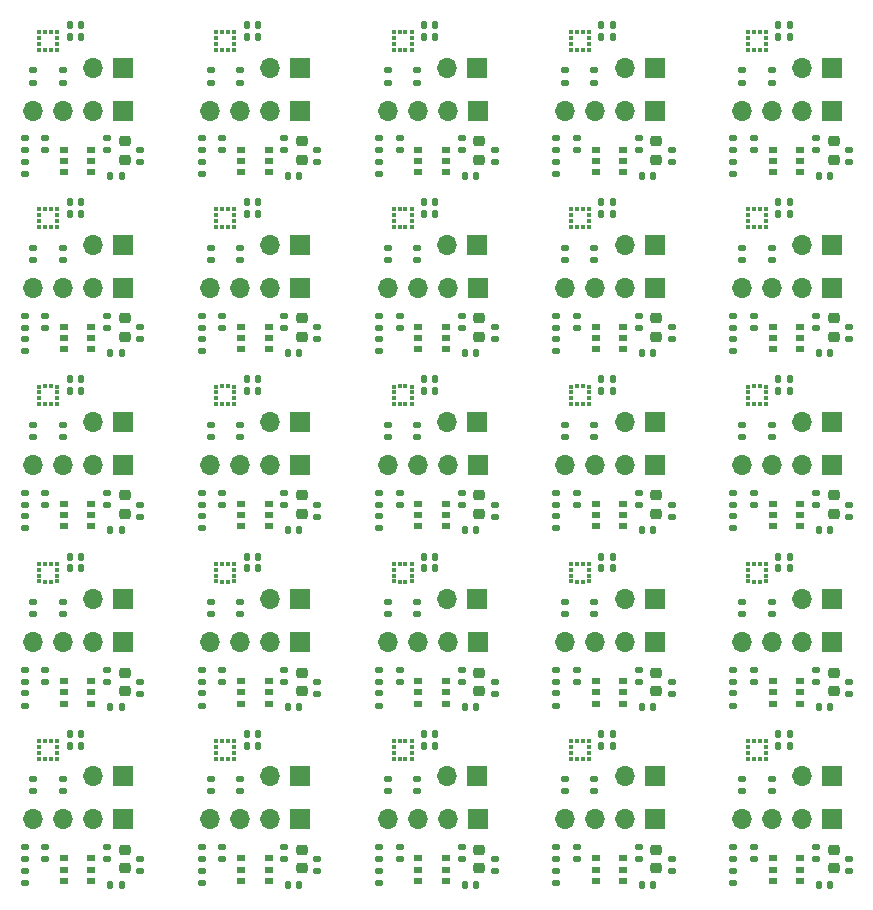
<source format=gbr>
%TF.GenerationSoftware,KiCad,Pcbnew,7.0.1*%
%TF.CreationDate,2025-01-26T23:07:24-05:00*%
%TF.ProjectId,TrackNodeAccel-panel,54726163-6b4e-46f6-9465-416363656c2d,rev?*%
%TF.SameCoordinates,Original*%
%TF.FileFunction,Soldermask,Top*%
%TF.FilePolarity,Negative*%
%FSLAX46Y46*%
G04 Gerber Fmt 4.6, Leading zero omitted, Abs format (unit mm)*
G04 Created by KiCad (PCBNEW 7.0.1) date 2025-01-26 23:07:24*
%MOMM*%
%LPD*%
G01*
G04 APERTURE LIST*
G04 Aperture macros list*
%AMRoundRect*
0 Rectangle with rounded corners*
0 $1 Rounding radius*
0 $2 $3 $4 $5 $6 $7 $8 $9 X,Y pos of 4 corners*
0 Add a 4 corners polygon primitive as box body*
4,1,4,$2,$3,$4,$5,$6,$7,$8,$9,$2,$3,0*
0 Add four circle primitives for the rounded corners*
1,1,$1+$1,$2,$3*
1,1,$1+$1,$4,$5*
1,1,$1+$1,$6,$7*
1,1,$1+$1,$8,$9*
0 Add four rect primitives between the rounded corners*
20,1,$1+$1,$2,$3,$4,$5,0*
20,1,$1+$1,$4,$5,$6,$7,0*
20,1,$1+$1,$6,$7,$8,$9,0*
20,1,$1+$1,$8,$9,$2,$3,0*%
G04 Aperture macros list end*
%ADD10RoundRect,0.135000X-0.185000X0.135000X-0.185000X-0.135000X0.185000X-0.135000X0.185000X0.135000X0*%
%ADD11RoundRect,0.140000X0.140000X0.170000X-0.140000X0.170000X-0.140000X-0.170000X0.140000X-0.170000X0*%
%ADD12RoundRect,0.218750X0.256250X-0.218750X0.256250X0.218750X-0.256250X0.218750X-0.256250X-0.218750X0*%
%ADD13R,0.375000X0.350000*%
%ADD14R,0.350000X0.375000*%
%ADD15RoundRect,0.135000X0.185000X-0.135000X0.185000X0.135000X-0.185000X0.135000X-0.185000X-0.135000X0*%
%ADD16R,0.700000X0.510000*%
%ADD17R,1.700000X1.700000*%
%ADD18O,1.700000X1.700000*%
G04 APERTURE END LIST*
D10*
%TO.C,R2*%
X129000000Y-90990000D03*
X129000000Y-92010000D03*
%TD*%
%TO.C,R2*%
X174000000Y-90990000D03*
X174000000Y-92010000D03*
%TD*%
%TO.C,R2*%
X159000000Y-75990000D03*
X159000000Y-77010000D03*
%TD*%
%TO.C,R2*%
X159000000Y-90990000D03*
X159000000Y-92010000D03*
%TD*%
%TO.C,R2*%
X174000000Y-75990000D03*
X174000000Y-77010000D03*
%TD*%
%TO.C,R2*%
X114000000Y-90990000D03*
X114000000Y-92010000D03*
%TD*%
%TO.C,R2*%
X114000000Y-30990000D03*
X114000000Y-32010000D03*
%TD*%
%TO.C,R2*%
X144000000Y-90990000D03*
X144000000Y-92010000D03*
%TD*%
%TO.C,R2*%
X159000000Y-30990000D03*
X159000000Y-32010000D03*
%TD*%
%TO.C,R2*%
X129000000Y-45990000D03*
X129000000Y-47010000D03*
%TD*%
%TO.C,R2*%
X174000000Y-45990000D03*
X174000000Y-47010000D03*
%TD*%
%TO.C,R2*%
X129000000Y-60990000D03*
X129000000Y-62010000D03*
%TD*%
%TO.C,R2*%
X174000000Y-30990000D03*
X174000000Y-32010000D03*
%TD*%
%TO.C,R2*%
X144000000Y-30990000D03*
X144000000Y-32010000D03*
%TD*%
%TO.C,R2*%
X159000000Y-45990000D03*
X159000000Y-47010000D03*
%TD*%
%TO.C,R2*%
X129000000Y-75990000D03*
X129000000Y-77010000D03*
%TD*%
%TO.C,R2*%
X129000000Y-30990000D03*
X129000000Y-32010000D03*
%TD*%
%TO.C,R2*%
X114000000Y-75990000D03*
X114000000Y-77010000D03*
%TD*%
%TO.C,R2*%
X144000000Y-75990000D03*
X144000000Y-77010000D03*
%TD*%
%TO.C,R2*%
X114000000Y-45990000D03*
X114000000Y-47010000D03*
%TD*%
%TO.C,R2*%
X144000000Y-45990000D03*
X144000000Y-47010000D03*
%TD*%
%TO.C,R2*%
X114000000Y-60990000D03*
X114000000Y-62010000D03*
%TD*%
%TO.C,R2*%
X174000000Y-60990000D03*
X174000000Y-62010000D03*
%TD*%
%TO.C,R2*%
X144000000Y-60990000D03*
X144000000Y-62010000D03*
%TD*%
%TO.C,R2*%
X159000000Y-60990000D03*
X159000000Y-62010000D03*
%TD*%
D11*
%TO.C,C1*%
X182230000Y-79175000D03*
X181270000Y-79175000D03*
%TD*%
%TO.C,C1*%
X122230000Y-94175000D03*
X121270000Y-94175000D03*
%TD*%
%TO.C,C1*%
X167230000Y-79175000D03*
X166270000Y-79175000D03*
%TD*%
%TO.C,C1*%
X152230000Y-79175000D03*
X151270000Y-79175000D03*
%TD*%
%TO.C,C1*%
X167230000Y-49175000D03*
X166270000Y-49175000D03*
%TD*%
%TO.C,C1*%
X182230000Y-34175000D03*
X181270000Y-34175000D03*
%TD*%
%TO.C,C1*%
X152230000Y-94175000D03*
X151270000Y-94175000D03*
%TD*%
%TO.C,C1*%
X137230000Y-94175000D03*
X136270000Y-94175000D03*
%TD*%
%TO.C,C1*%
X122230000Y-34175000D03*
X121270000Y-34175000D03*
%TD*%
%TO.C,C1*%
X182230000Y-94175000D03*
X181270000Y-94175000D03*
%TD*%
%TO.C,C1*%
X137230000Y-34175000D03*
X136270000Y-34175000D03*
%TD*%
%TO.C,C1*%
X167230000Y-94175000D03*
X166270000Y-94175000D03*
%TD*%
%TO.C,C1*%
X122230000Y-79175000D03*
X121270000Y-79175000D03*
%TD*%
%TO.C,C1*%
X137230000Y-79175000D03*
X136270000Y-79175000D03*
%TD*%
%TO.C,C1*%
X152230000Y-34175000D03*
X151270000Y-34175000D03*
%TD*%
%TO.C,C1*%
X167230000Y-34175000D03*
X166270000Y-34175000D03*
%TD*%
%TO.C,C1*%
X122230000Y-49175000D03*
X121270000Y-49175000D03*
%TD*%
%TO.C,C1*%
X182230000Y-49175000D03*
X181270000Y-49175000D03*
%TD*%
%TO.C,C1*%
X167230000Y-64175000D03*
X166270000Y-64175000D03*
%TD*%
%TO.C,C1*%
X182230000Y-64175000D03*
X181270000Y-64175000D03*
%TD*%
%TO.C,C1*%
X137230000Y-49175000D03*
X136270000Y-49175000D03*
%TD*%
%TO.C,C1*%
X137230000Y-64175000D03*
X136270000Y-64175000D03*
%TD*%
%TO.C,C1*%
X122230000Y-64175000D03*
X121270000Y-64175000D03*
%TD*%
%TO.C,C1*%
X152230000Y-64175000D03*
X151270000Y-64175000D03*
%TD*%
%TO.C,C1*%
X152230000Y-49175000D03*
X151270000Y-49175000D03*
%TD*%
%TO.C,C2*%
X118780000Y-82400000D03*
X117820000Y-82400000D03*
%TD*%
%TO.C,C2*%
X163780000Y-67400000D03*
X162820000Y-67400000D03*
%TD*%
%TO.C,C2*%
X178780000Y-67400000D03*
X177820000Y-67400000D03*
%TD*%
%TO.C,C2*%
X118780000Y-67400000D03*
X117820000Y-67400000D03*
%TD*%
%TO.C,C2*%
X148780000Y-22400000D03*
X147820000Y-22400000D03*
%TD*%
%TO.C,C2*%
X163780000Y-22400000D03*
X162820000Y-22400000D03*
%TD*%
%TO.C,C2*%
X118780000Y-37400000D03*
X117820000Y-37400000D03*
%TD*%
%TO.C,C2*%
X148780000Y-82400000D03*
X147820000Y-82400000D03*
%TD*%
%TO.C,C2*%
X133780000Y-82400000D03*
X132820000Y-82400000D03*
%TD*%
%TO.C,C2*%
X163780000Y-82400000D03*
X162820000Y-82400000D03*
%TD*%
%TO.C,C2*%
X133780000Y-67400000D03*
X132820000Y-67400000D03*
%TD*%
%TO.C,C2*%
X133780000Y-22400000D03*
X132820000Y-22400000D03*
%TD*%
%TO.C,C2*%
X178780000Y-82400000D03*
X177820000Y-82400000D03*
%TD*%
%TO.C,C2*%
X118780000Y-22400000D03*
X117820000Y-22400000D03*
%TD*%
%TO.C,C2*%
X148780000Y-67400000D03*
X147820000Y-67400000D03*
%TD*%
%TO.C,C2*%
X163780000Y-37400000D03*
X162820000Y-37400000D03*
%TD*%
%TO.C,C2*%
X178780000Y-22400000D03*
X177820000Y-22400000D03*
%TD*%
%TO.C,C2*%
X178780000Y-37400000D03*
X177820000Y-37400000D03*
%TD*%
%TO.C,C2*%
X148780000Y-37400000D03*
X147820000Y-37400000D03*
%TD*%
%TO.C,C2*%
X133780000Y-52400000D03*
X132820000Y-52400000D03*
%TD*%
%TO.C,C2*%
X133780000Y-37400000D03*
X132820000Y-37400000D03*
%TD*%
%TO.C,C2*%
X118780000Y-52400000D03*
X117820000Y-52400000D03*
%TD*%
%TO.C,C2*%
X148780000Y-52400000D03*
X147820000Y-52400000D03*
%TD*%
%TO.C,C2*%
X178780000Y-52400000D03*
X177820000Y-52400000D03*
%TD*%
%TO.C,C2*%
X163780000Y-52400000D03*
X162820000Y-52400000D03*
%TD*%
D12*
%TO.C,D1*%
X122500000Y-92787500D03*
X122500000Y-91212500D03*
%TD*%
%TO.C,D1*%
X167500000Y-92787500D03*
X167500000Y-91212500D03*
%TD*%
%TO.C,D1*%
X182500000Y-77787500D03*
X182500000Y-76212500D03*
%TD*%
%TO.C,D1*%
X137500000Y-92787500D03*
X137500000Y-91212500D03*
%TD*%
%TO.C,D1*%
X182500000Y-92787500D03*
X182500000Y-91212500D03*
%TD*%
%TO.C,D1*%
X152500000Y-92787500D03*
X152500000Y-91212500D03*
%TD*%
%TO.C,D1*%
X167500000Y-47787500D03*
X167500000Y-46212500D03*
%TD*%
%TO.C,D1*%
X182500000Y-32787500D03*
X182500000Y-31212500D03*
%TD*%
%TO.C,D1*%
X152500000Y-32787500D03*
X152500000Y-31212500D03*
%TD*%
%TO.C,D1*%
X167500000Y-77787500D03*
X167500000Y-76212500D03*
%TD*%
%TO.C,D1*%
X137500000Y-32787500D03*
X137500000Y-31212500D03*
%TD*%
%TO.C,D1*%
X122500000Y-32787500D03*
X122500000Y-31212500D03*
%TD*%
%TO.C,D1*%
X122500000Y-77787500D03*
X122500000Y-76212500D03*
%TD*%
%TO.C,D1*%
X137500000Y-77787500D03*
X137500000Y-76212500D03*
%TD*%
%TO.C,D1*%
X152500000Y-77787500D03*
X152500000Y-76212500D03*
%TD*%
%TO.C,D1*%
X167500000Y-32787500D03*
X167500000Y-31212500D03*
%TD*%
%TO.C,D1*%
X152500000Y-62787500D03*
X152500000Y-61212500D03*
%TD*%
%TO.C,D1*%
X122500000Y-62787500D03*
X122500000Y-61212500D03*
%TD*%
%TO.C,D1*%
X137500000Y-62787500D03*
X137500000Y-61212500D03*
%TD*%
%TO.C,D1*%
X182500000Y-62787500D03*
X182500000Y-61212500D03*
%TD*%
%TO.C,D1*%
X122500000Y-47787500D03*
X122500000Y-46212500D03*
%TD*%
%TO.C,D1*%
X137500000Y-47787500D03*
X137500000Y-46212500D03*
%TD*%
%TO.C,D1*%
X152500000Y-47787500D03*
X152500000Y-46212500D03*
%TD*%
%TO.C,D1*%
X182500000Y-47787500D03*
X182500000Y-46212500D03*
%TD*%
%TO.C,D1*%
X167500000Y-62787500D03*
X167500000Y-61212500D03*
%TD*%
D13*
%TO.C,U2*%
X175237500Y-52000000D03*
X175237500Y-52500000D03*
X175237500Y-53000000D03*
X175237500Y-53500000D03*
D14*
X175750000Y-53512500D03*
X176250000Y-53512500D03*
D13*
X176762500Y-53500000D03*
X176762500Y-53000000D03*
X176762500Y-52500000D03*
X176762500Y-52000000D03*
D14*
X176250000Y-51987500D03*
X175750000Y-51987500D03*
%TD*%
D13*
%TO.C,U2*%
X145237500Y-52000000D03*
X145237500Y-52500000D03*
X145237500Y-53000000D03*
X145237500Y-53500000D03*
D14*
X145750000Y-53512500D03*
X146250000Y-53512500D03*
D13*
X146762500Y-53500000D03*
X146762500Y-53000000D03*
X146762500Y-52500000D03*
X146762500Y-52000000D03*
D14*
X146250000Y-51987500D03*
X145750000Y-51987500D03*
%TD*%
D13*
%TO.C,U2*%
X160237500Y-52000000D03*
X160237500Y-52500000D03*
X160237500Y-53000000D03*
X160237500Y-53500000D03*
D14*
X160750000Y-53512500D03*
X161250000Y-53512500D03*
D13*
X161762500Y-53500000D03*
X161762500Y-53000000D03*
X161762500Y-52500000D03*
X161762500Y-52000000D03*
D14*
X161250000Y-51987500D03*
X160750000Y-51987500D03*
%TD*%
D13*
%TO.C,U2*%
X115237500Y-52000000D03*
X115237500Y-52500000D03*
X115237500Y-53000000D03*
X115237500Y-53500000D03*
D14*
X115750000Y-53512500D03*
X116250000Y-53512500D03*
D13*
X116762500Y-53500000D03*
X116762500Y-53000000D03*
X116762500Y-52500000D03*
X116762500Y-52000000D03*
D14*
X116250000Y-51987500D03*
X115750000Y-51987500D03*
%TD*%
D13*
%TO.C,U2*%
X130237500Y-52000000D03*
X130237500Y-52500000D03*
X130237500Y-53000000D03*
X130237500Y-53500000D03*
D14*
X130750000Y-53512500D03*
X131250000Y-53512500D03*
D13*
X131762500Y-53500000D03*
X131762500Y-53000000D03*
X131762500Y-52500000D03*
X131762500Y-52000000D03*
D14*
X131250000Y-51987500D03*
X130750000Y-51987500D03*
%TD*%
D13*
%TO.C,U2*%
X160237500Y-67000000D03*
X160237500Y-67500000D03*
X160237500Y-68000000D03*
X160237500Y-68500000D03*
D14*
X160750000Y-68512500D03*
X161250000Y-68512500D03*
D13*
X161762500Y-68500000D03*
X161762500Y-68000000D03*
X161762500Y-67500000D03*
X161762500Y-67000000D03*
D14*
X161250000Y-66987500D03*
X160750000Y-66987500D03*
%TD*%
D13*
%TO.C,U2*%
X130237500Y-82000000D03*
X130237500Y-82500000D03*
X130237500Y-83000000D03*
X130237500Y-83500000D03*
D14*
X130750000Y-83512500D03*
X131250000Y-83512500D03*
D13*
X131762500Y-83500000D03*
X131762500Y-83000000D03*
X131762500Y-82500000D03*
X131762500Y-82000000D03*
D14*
X131250000Y-81987500D03*
X130750000Y-81987500D03*
%TD*%
D13*
%TO.C,U2*%
X175237500Y-67000000D03*
X175237500Y-67500000D03*
X175237500Y-68000000D03*
X175237500Y-68500000D03*
D14*
X175750000Y-68512500D03*
X176250000Y-68512500D03*
D13*
X176762500Y-68500000D03*
X176762500Y-68000000D03*
X176762500Y-67500000D03*
X176762500Y-67000000D03*
D14*
X176250000Y-66987500D03*
X175750000Y-66987500D03*
%TD*%
D13*
%TO.C,U2*%
X115237500Y-82000000D03*
X115237500Y-82500000D03*
X115237500Y-83000000D03*
X115237500Y-83500000D03*
D14*
X115750000Y-83512500D03*
X116250000Y-83512500D03*
D13*
X116762500Y-83500000D03*
X116762500Y-83000000D03*
X116762500Y-82500000D03*
X116762500Y-82000000D03*
D14*
X116250000Y-81987500D03*
X115750000Y-81987500D03*
%TD*%
D13*
%TO.C,U2*%
X115237500Y-67000000D03*
X115237500Y-67500000D03*
X115237500Y-68000000D03*
X115237500Y-68500000D03*
D14*
X115750000Y-68512500D03*
X116250000Y-68512500D03*
D13*
X116762500Y-68500000D03*
X116762500Y-68000000D03*
X116762500Y-67500000D03*
X116762500Y-67000000D03*
D14*
X116250000Y-66987500D03*
X115750000Y-66987500D03*
%TD*%
D13*
%TO.C,U2*%
X130237500Y-22000000D03*
X130237500Y-22500000D03*
X130237500Y-23000000D03*
X130237500Y-23500000D03*
D14*
X130750000Y-23512500D03*
X131250000Y-23512500D03*
D13*
X131762500Y-23500000D03*
X131762500Y-23000000D03*
X131762500Y-22500000D03*
X131762500Y-22000000D03*
D14*
X131250000Y-21987500D03*
X130750000Y-21987500D03*
%TD*%
D13*
%TO.C,U2*%
X160237500Y-37000000D03*
X160237500Y-37500000D03*
X160237500Y-38000000D03*
X160237500Y-38500000D03*
D14*
X160750000Y-38512500D03*
X161250000Y-38512500D03*
D13*
X161762500Y-38500000D03*
X161762500Y-38000000D03*
X161762500Y-37500000D03*
X161762500Y-37000000D03*
D14*
X161250000Y-36987500D03*
X160750000Y-36987500D03*
%TD*%
D13*
%TO.C,U2*%
X145237500Y-67000000D03*
X145237500Y-67500000D03*
X145237500Y-68000000D03*
X145237500Y-68500000D03*
D14*
X145750000Y-68512500D03*
X146250000Y-68512500D03*
D13*
X146762500Y-68500000D03*
X146762500Y-68000000D03*
X146762500Y-67500000D03*
X146762500Y-67000000D03*
D14*
X146250000Y-66987500D03*
X145750000Y-66987500D03*
%TD*%
D13*
%TO.C,U2*%
X145237500Y-37000000D03*
X145237500Y-37500000D03*
X145237500Y-38000000D03*
X145237500Y-38500000D03*
D14*
X145750000Y-38512500D03*
X146250000Y-38512500D03*
D13*
X146762500Y-38500000D03*
X146762500Y-38000000D03*
X146762500Y-37500000D03*
X146762500Y-37000000D03*
D14*
X146250000Y-36987500D03*
X145750000Y-36987500D03*
%TD*%
D13*
%TO.C,U2*%
X160237500Y-82000000D03*
X160237500Y-82500000D03*
X160237500Y-83000000D03*
X160237500Y-83500000D03*
D14*
X160750000Y-83512500D03*
X161250000Y-83512500D03*
D13*
X161762500Y-83500000D03*
X161762500Y-83000000D03*
X161762500Y-82500000D03*
X161762500Y-82000000D03*
D14*
X161250000Y-81987500D03*
X160750000Y-81987500D03*
%TD*%
D13*
%TO.C,U2*%
X175237500Y-82000000D03*
X175237500Y-82500000D03*
X175237500Y-83000000D03*
X175237500Y-83500000D03*
D14*
X175750000Y-83512500D03*
X176250000Y-83512500D03*
D13*
X176762500Y-83500000D03*
X176762500Y-83000000D03*
X176762500Y-82500000D03*
X176762500Y-82000000D03*
D14*
X176250000Y-81987500D03*
X175750000Y-81987500D03*
%TD*%
D13*
%TO.C,U2*%
X115237500Y-22000000D03*
X115237500Y-22500000D03*
X115237500Y-23000000D03*
X115237500Y-23500000D03*
D14*
X115750000Y-23512500D03*
X116250000Y-23512500D03*
D13*
X116762500Y-23500000D03*
X116762500Y-23000000D03*
X116762500Y-22500000D03*
X116762500Y-22000000D03*
D14*
X116250000Y-21987500D03*
X115750000Y-21987500D03*
%TD*%
D13*
%TO.C,U2*%
X145237500Y-82000000D03*
X145237500Y-82500000D03*
X145237500Y-83000000D03*
X145237500Y-83500000D03*
D14*
X145750000Y-83512500D03*
X146250000Y-83512500D03*
D13*
X146762500Y-83500000D03*
X146762500Y-83000000D03*
X146762500Y-82500000D03*
X146762500Y-82000000D03*
D14*
X146250000Y-81987500D03*
X145750000Y-81987500D03*
%TD*%
D13*
%TO.C,U2*%
X130237500Y-67000000D03*
X130237500Y-67500000D03*
X130237500Y-68000000D03*
X130237500Y-68500000D03*
D14*
X130750000Y-68512500D03*
X131250000Y-68512500D03*
D13*
X131762500Y-68500000D03*
X131762500Y-68000000D03*
X131762500Y-67500000D03*
X131762500Y-67000000D03*
D14*
X131250000Y-66987500D03*
X130750000Y-66987500D03*
%TD*%
D13*
%TO.C,U2*%
X145237500Y-22000000D03*
X145237500Y-22500000D03*
X145237500Y-23000000D03*
X145237500Y-23500000D03*
D14*
X145750000Y-23512500D03*
X146250000Y-23512500D03*
D13*
X146762500Y-23500000D03*
X146762500Y-23000000D03*
X146762500Y-22500000D03*
X146762500Y-22000000D03*
D14*
X146250000Y-21987500D03*
X145750000Y-21987500D03*
%TD*%
D13*
%TO.C,U2*%
X160237500Y-22000000D03*
X160237500Y-22500000D03*
X160237500Y-23000000D03*
X160237500Y-23500000D03*
D14*
X160750000Y-23512500D03*
X161250000Y-23512500D03*
D13*
X161762500Y-23500000D03*
X161762500Y-23000000D03*
X161762500Y-22500000D03*
X161762500Y-22000000D03*
D14*
X161250000Y-21987500D03*
X160750000Y-21987500D03*
%TD*%
D13*
%TO.C,U2*%
X175237500Y-22000000D03*
X175237500Y-22500000D03*
X175237500Y-23000000D03*
X175237500Y-23500000D03*
D14*
X175750000Y-23512500D03*
X176250000Y-23512500D03*
D13*
X176762500Y-23500000D03*
X176762500Y-23000000D03*
X176762500Y-22500000D03*
X176762500Y-22000000D03*
D14*
X176250000Y-21987500D03*
X175750000Y-21987500D03*
%TD*%
D13*
%TO.C,U2*%
X115237500Y-37000000D03*
X115237500Y-37500000D03*
X115237500Y-38000000D03*
X115237500Y-38500000D03*
D14*
X115750000Y-38512500D03*
X116250000Y-38512500D03*
D13*
X116762500Y-38500000D03*
X116762500Y-38000000D03*
X116762500Y-37500000D03*
X116762500Y-37000000D03*
D14*
X116250000Y-36987500D03*
X115750000Y-36987500D03*
%TD*%
D13*
%TO.C,U2*%
X130237500Y-37000000D03*
X130237500Y-37500000D03*
X130237500Y-38000000D03*
X130237500Y-38500000D03*
D14*
X130750000Y-38512500D03*
X131250000Y-38512500D03*
D13*
X131762500Y-38500000D03*
X131762500Y-38000000D03*
X131762500Y-37500000D03*
X131762500Y-37000000D03*
D14*
X131250000Y-36987500D03*
X130750000Y-36987500D03*
%TD*%
D13*
%TO.C,U2*%
X175237500Y-37000000D03*
X175237500Y-37500000D03*
X175237500Y-38000000D03*
X175237500Y-38500000D03*
D14*
X175750000Y-38512500D03*
X176250000Y-38512500D03*
D13*
X176762500Y-38500000D03*
X176762500Y-38000000D03*
X176762500Y-37500000D03*
X176762500Y-37000000D03*
D14*
X176250000Y-36987500D03*
X175750000Y-36987500D03*
%TD*%
D11*
%TO.C,C3*%
X178780000Y-66400000D03*
X177820000Y-66400000D03*
%TD*%
%TO.C,C3*%
X163780000Y-81400000D03*
X162820000Y-81400000D03*
%TD*%
%TO.C,C3*%
X118780000Y-21400000D03*
X117820000Y-21400000D03*
%TD*%
%TO.C,C3*%
X118780000Y-66400000D03*
X117820000Y-66400000D03*
%TD*%
%TO.C,C3*%
X118780000Y-81400000D03*
X117820000Y-81400000D03*
%TD*%
%TO.C,C3*%
X148780000Y-81400000D03*
X147820000Y-81400000D03*
%TD*%
%TO.C,C3*%
X163780000Y-66400000D03*
X162820000Y-66400000D03*
%TD*%
%TO.C,C3*%
X133780000Y-81400000D03*
X132820000Y-81400000D03*
%TD*%
%TO.C,C3*%
X178780000Y-81400000D03*
X177820000Y-81400000D03*
%TD*%
%TO.C,C3*%
X133780000Y-21400000D03*
X132820000Y-21400000D03*
%TD*%
%TO.C,C3*%
X178780000Y-36400000D03*
X177820000Y-36400000D03*
%TD*%
%TO.C,C3*%
X133780000Y-51400000D03*
X132820000Y-51400000D03*
%TD*%
%TO.C,C3*%
X148780000Y-36400000D03*
X147820000Y-36400000D03*
%TD*%
%TO.C,C3*%
X133780000Y-66400000D03*
X132820000Y-66400000D03*
%TD*%
%TO.C,C3*%
X148780000Y-66400000D03*
X147820000Y-66400000D03*
%TD*%
%TO.C,C3*%
X178780000Y-21400000D03*
X177820000Y-21400000D03*
%TD*%
%TO.C,C3*%
X118780000Y-36400000D03*
X117820000Y-36400000D03*
%TD*%
%TO.C,C3*%
X133780000Y-36400000D03*
X132820000Y-36400000D03*
%TD*%
%TO.C,C3*%
X148780000Y-21400000D03*
X147820000Y-21400000D03*
%TD*%
%TO.C,C3*%
X163780000Y-36400000D03*
X162820000Y-36400000D03*
%TD*%
%TO.C,C3*%
X163780000Y-21400000D03*
X162820000Y-21400000D03*
%TD*%
%TO.C,C3*%
X118780000Y-51400000D03*
X117820000Y-51400000D03*
%TD*%
%TO.C,C3*%
X163780000Y-51400000D03*
X162820000Y-51400000D03*
%TD*%
%TO.C,C3*%
X148780000Y-51400000D03*
X147820000Y-51400000D03*
%TD*%
%TO.C,C3*%
X178780000Y-51400000D03*
X177820000Y-51400000D03*
%TD*%
D15*
%TO.C,R4*%
X174010000Y-79010000D03*
X174010000Y-77990000D03*
%TD*%
%TO.C,R4*%
X129010000Y-34010000D03*
X129010000Y-32990000D03*
%TD*%
%TO.C,R4*%
X159010000Y-79010000D03*
X159010000Y-77990000D03*
%TD*%
%TO.C,R4*%
X129010000Y-79010000D03*
X129010000Y-77990000D03*
%TD*%
%TO.C,R4*%
X159010000Y-49010000D03*
X159010000Y-47990000D03*
%TD*%
%TO.C,R4*%
X174010000Y-94010000D03*
X174010000Y-92990000D03*
%TD*%
%TO.C,R4*%
X114010000Y-94010000D03*
X114010000Y-92990000D03*
%TD*%
%TO.C,R4*%
X114010000Y-34010000D03*
X114010000Y-32990000D03*
%TD*%
%TO.C,R4*%
X129010000Y-94010000D03*
X129010000Y-92990000D03*
%TD*%
%TO.C,R4*%
X144010000Y-94010000D03*
X144010000Y-92990000D03*
%TD*%
%TO.C,R4*%
X159010000Y-94010000D03*
X159010000Y-92990000D03*
%TD*%
%TO.C,R4*%
X114010000Y-79010000D03*
X114010000Y-77990000D03*
%TD*%
%TO.C,R4*%
X144010000Y-79010000D03*
X144010000Y-77990000D03*
%TD*%
%TO.C,R4*%
X144010000Y-34010000D03*
X144010000Y-32990000D03*
%TD*%
%TO.C,R4*%
X144010000Y-64010000D03*
X144010000Y-62990000D03*
%TD*%
%TO.C,R4*%
X174010000Y-64010000D03*
X174010000Y-62990000D03*
%TD*%
%TO.C,R4*%
X144010000Y-49010000D03*
X144010000Y-47990000D03*
%TD*%
%TO.C,R4*%
X114010000Y-49010000D03*
X114010000Y-47990000D03*
%TD*%
%TO.C,R4*%
X174010000Y-49010000D03*
X174010000Y-47990000D03*
%TD*%
%TO.C,R4*%
X159010000Y-34010000D03*
X159010000Y-32990000D03*
%TD*%
%TO.C,R4*%
X174010000Y-34010000D03*
X174010000Y-32990000D03*
%TD*%
%TO.C,R4*%
X114010000Y-64010000D03*
X114010000Y-62990000D03*
%TD*%
%TO.C,R4*%
X129010000Y-64010000D03*
X129010000Y-62990000D03*
%TD*%
%TO.C,R4*%
X129010000Y-49010000D03*
X129010000Y-47990000D03*
%TD*%
%TO.C,R4*%
X159010000Y-64010000D03*
X159010000Y-62990000D03*
%TD*%
D10*
%TO.C,R1*%
X175750000Y-75990000D03*
X175750000Y-77010000D03*
%TD*%
%TO.C,R1*%
X160750000Y-75990000D03*
X160750000Y-77010000D03*
%TD*%
%TO.C,R1*%
X115750000Y-90990000D03*
X115750000Y-92010000D03*
%TD*%
%TO.C,R1*%
X160750000Y-90990000D03*
X160750000Y-92010000D03*
%TD*%
%TO.C,R1*%
X130750000Y-90990000D03*
X130750000Y-92010000D03*
%TD*%
%TO.C,R1*%
X175750000Y-90990000D03*
X175750000Y-92010000D03*
%TD*%
%TO.C,R1*%
X115750000Y-30990000D03*
X115750000Y-32010000D03*
%TD*%
%TO.C,R1*%
X130750000Y-30990000D03*
X130750000Y-32010000D03*
%TD*%
%TO.C,R1*%
X145750000Y-90990000D03*
X145750000Y-92010000D03*
%TD*%
%TO.C,R1*%
X130750000Y-75990000D03*
X130750000Y-77010000D03*
%TD*%
%TO.C,R1*%
X145750000Y-45990000D03*
X145750000Y-47010000D03*
%TD*%
%TO.C,R1*%
X130750000Y-45990000D03*
X130750000Y-47010000D03*
%TD*%
%TO.C,R1*%
X145750000Y-60990000D03*
X145750000Y-62010000D03*
%TD*%
%TO.C,R1*%
X175750000Y-45990000D03*
X175750000Y-47010000D03*
%TD*%
%TO.C,R1*%
X115750000Y-75990000D03*
X115750000Y-77010000D03*
%TD*%
%TO.C,R1*%
X145750000Y-75990000D03*
X145750000Y-77010000D03*
%TD*%
%TO.C,R1*%
X160750000Y-45990000D03*
X160750000Y-47010000D03*
%TD*%
%TO.C,R1*%
X160750000Y-30990000D03*
X160750000Y-32010000D03*
%TD*%
%TO.C,R1*%
X175750000Y-30990000D03*
X175750000Y-32010000D03*
%TD*%
%TO.C,R1*%
X145750000Y-30990000D03*
X145750000Y-32010000D03*
%TD*%
%TO.C,R1*%
X115750000Y-45990000D03*
X115750000Y-47010000D03*
%TD*%
%TO.C,R1*%
X115750000Y-60990000D03*
X115750000Y-62010000D03*
%TD*%
%TO.C,R1*%
X130750000Y-60990000D03*
X130750000Y-62010000D03*
%TD*%
%TO.C,R1*%
X160750000Y-60990000D03*
X160750000Y-62010000D03*
%TD*%
%TO.C,R1*%
X175750000Y-60990000D03*
X175750000Y-62010000D03*
%TD*%
D15*
%TO.C,R5*%
X183800000Y-78010000D03*
X183800000Y-76990000D03*
%TD*%
%TO.C,R5*%
X138800000Y-33010000D03*
X138800000Y-31990000D03*
%TD*%
%TO.C,R5*%
X138800000Y-78010000D03*
X138800000Y-76990000D03*
%TD*%
%TO.C,R5*%
X153800000Y-93010000D03*
X153800000Y-91990000D03*
%TD*%
%TO.C,R5*%
X123800000Y-33010000D03*
X123800000Y-31990000D03*
%TD*%
%TO.C,R5*%
X138800000Y-93010000D03*
X138800000Y-91990000D03*
%TD*%
%TO.C,R5*%
X168800000Y-78010000D03*
X168800000Y-76990000D03*
%TD*%
%TO.C,R5*%
X183800000Y-93010000D03*
X183800000Y-91990000D03*
%TD*%
%TO.C,R5*%
X168800000Y-93010000D03*
X168800000Y-91990000D03*
%TD*%
%TO.C,R5*%
X123800000Y-93010000D03*
X123800000Y-91990000D03*
%TD*%
%TO.C,R5*%
X123800000Y-78010000D03*
X123800000Y-76990000D03*
%TD*%
%TO.C,R5*%
X168800000Y-33010000D03*
X168800000Y-31990000D03*
%TD*%
%TO.C,R5*%
X183800000Y-48010000D03*
X183800000Y-46990000D03*
%TD*%
%TO.C,R5*%
X168800000Y-63010000D03*
X168800000Y-61990000D03*
%TD*%
%TO.C,R5*%
X153800000Y-33010000D03*
X153800000Y-31990000D03*
%TD*%
%TO.C,R5*%
X168800000Y-48010000D03*
X168800000Y-46990000D03*
%TD*%
%TO.C,R5*%
X153800000Y-78010000D03*
X153800000Y-76990000D03*
%TD*%
%TO.C,R5*%
X183800000Y-33010000D03*
X183800000Y-31990000D03*
%TD*%
%TO.C,R5*%
X123800000Y-48010000D03*
X123800000Y-46990000D03*
%TD*%
%TO.C,R5*%
X138800000Y-48010000D03*
X138800000Y-46990000D03*
%TD*%
%TO.C,R5*%
X153800000Y-48010000D03*
X153800000Y-46990000D03*
%TD*%
%TO.C,R5*%
X123800000Y-63010000D03*
X123800000Y-61990000D03*
%TD*%
%TO.C,R5*%
X138800000Y-63010000D03*
X138800000Y-61990000D03*
%TD*%
%TO.C,R5*%
X153800000Y-63010000D03*
X153800000Y-61990000D03*
%TD*%
%TO.C,R5*%
X183800000Y-63010000D03*
X183800000Y-61990000D03*
%TD*%
%TO.C,R7*%
X144750000Y-86260000D03*
X144750000Y-85240000D03*
%TD*%
%TO.C,R7*%
X114750000Y-26260000D03*
X114750000Y-25240000D03*
%TD*%
%TO.C,R7*%
X174750000Y-71260000D03*
X174750000Y-70240000D03*
%TD*%
%TO.C,R7*%
X129750000Y-86260000D03*
X129750000Y-85240000D03*
%TD*%
%TO.C,R7*%
X174750000Y-86260000D03*
X174750000Y-85240000D03*
%TD*%
%TO.C,R7*%
X159750000Y-71260000D03*
X159750000Y-70240000D03*
%TD*%
%TO.C,R7*%
X114750000Y-86260000D03*
X114750000Y-85240000D03*
%TD*%
%TO.C,R7*%
X159750000Y-86260000D03*
X159750000Y-85240000D03*
%TD*%
%TO.C,R7*%
X129750000Y-41260000D03*
X129750000Y-40240000D03*
%TD*%
%TO.C,R7*%
X114750000Y-71260000D03*
X114750000Y-70240000D03*
%TD*%
%TO.C,R7*%
X129750000Y-71260000D03*
X129750000Y-70240000D03*
%TD*%
%TO.C,R7*%
X144750000Y-71260000D03*
X144750000Y-70240000D03*
%TD*%
%TO.C,R7*%
X159750000Y-26260000D03*
X159750000Y-25240000D03*
%TD*%
%TO.C,R7*%
X144750000Y-41260000D03*
X144750000Y-40240000D03*
%TD*%
%TO.C,R7*%
X159750000Y-41260000D03*
X159750000Y-40240000D03*
%TD*%
%TO.C,R7*%
X144750000Y-26260000D03*
X144750000Y-25240000D03*
%TD*%
%TO.C,R7*%
X174750000Y-26260000D03*
X174750000Y-25240000D03*
%TD*%
%TO.C,R7*%
X114750000Y-41260000D03*
X114750000Y-40240000D03*
%TD*%
%TO.C,R7*%
X129750000Y-26260000D03*
X129750000Y-25240000D03*
%TD*%
%TO.C,R7*%
X129750000Y-56260000D03*
X129750000Y-55240000D03*
%TD*%
%TO.C,R7*%
X144750000Y-56260000D03*
X144750000Y-55240000D03*
%TD*%
%TO.C,R7*%
X114750000Y-56260000D03*
X114750000Y-55240000D03*
%TD*%
%TO.C,R7*%
X174750000Y-41260000D03*
X174750000Y-40240000D03*
%TD*%
%TO.C,R7*%
X174750000Y-56260000D03*
X174750000Y-55240000D03*
%TD*%
%TO.C,R7*%
X159750000Y-56260000D03*
X159750000Y-55240000D03*
%TD*%
%TO.C,R6*%
X117250000Y-26260000D03*
X117250000Y-25240000D03*
%TD*%
%TO.C,R6*%
X132250000Y-71260000D03*
X132250000Y-70240000D03*
%TD*%
%TO.C,R6*%
X132250000Y-86260000D03*
X132250000Y-85240000D03*
%TD*%
%TO.C,R6*%
X162250000Y-71260000D03*
X162250000Y-70240000D03*
%TD*%
%TO.C,R6*%
X117250000Y-86260000D03*
X117250000Y-85240000D03*
%TD*%
%TO.C,R6*%
X117250000Y-71260000D03*
X117250000Y-70240000D03*
%TD*%
%TO.C,R6*%
X177250000Y-86260000D03*
X177250000Y-85240000D03*
%TD*%
%TO.C,R6*%
X177250000Y-71260000D03*
X177250000Y-70240000D03*
%TD*%
%TO.C,R6*%
X147250000Y-86260000D03*
X147250000Y-85240000D03*
%TD*%
%TO.C,R6*%
X162250000Y-86260000D03*
X162250000Y-85240000D03*
%TD*%
%TO.C,R6*%
X132250000Y-26260000D03*
X132250000Y-25240000D03*
%TD*%
%TO.C,R6*%
X117250000Y-56260000D03*
X117250000Y-55240000D03*
%TD*%
%TO.C,R6*%
X132250000Y-41260000D03*
X132250000Y-40240000D03*
%TD*%
%TO.C,R6*%
X162250000Y-56260000D03*
X162250000Y-55240000D03*
%TD*%
%TO.C,R6*%
X162250000Y-26260000D03*
X162250000Y-25240000D03*
%TD*%
%TO.C,R6*%
X147250000Y-41260000D03*
X147250000Y-40240000D03*
%TD*%
%TO.C,R6*%
X162250000Y-41260000D03*
X162250000Y-40240000D03*
%TD*%
%TO.C,R6*%
X177250000Y-26260000D03*
X177250000Y-25240000D03*
%TD*%
%TO.C,R6*%
X147250000Y-71260000D03*
X147250000Y-70240000D03*
%TD*%
%TO.C,R6*%
X117250000Y-41260000D03*
X117250000Y-40240000D03*
%TD*%
%TO.C,R6*%
X177250000Y-41260000D03*
X177250000Y-40240000D03*
%TD*%
%TO.C,R6*%
X147250000Y-26260000D03*
X147250000Y-25240000D03*
%TD*%
%TO.C,R6*%
X132250000Y-56260000D03*
X132250000Y-55240000D03*
%TD*%
%TO.C,R6*%
X147250000Y-56260000D03*
X147250000Y-55240000D03*
%TD*%
%TO.C,R6*%
X177250000Y-56260000D03*
X177250000Y-55240000D03*
%TD*%
D16*
%TO.C,U1*%
X162340000Y-91950000D03*
X162340000Y-92900000D03*
X162340000Y-93850000D03*
X164660000Y-93850000D03*
X164660000Y-92900000D03*
X164660000Y-91950000D03*
%TD*%
%TO.C,U1*%
X132340000Y-31950000D03*
X132340000Y-32900000D03*
X132340000Y-33850000D03*
X134660000Y-33850000D03*
X134660000Y-32900000D03*
X134660000Y-31950000D03*
%TD*%
%TO.C,U1*%
X117340000Y-76950000D03*
X117340000Y-77900000D03*
X117340000Y-78850000D03*
X119660000Y-78850000D03*
X119660000Y-77900000D03*
X119660000Y-76950000D03*
%TD*%
%TO.C,U1*%
X162340000Y-76950000D03*
X162340000Y-77900000D03*
X162340000Y-78850000D03*
X164660000Y-78850000D03*
X164660000Y-77900000D03*
X164660000Y-76950000D03*
%TD*%
%TO.C,U1*%
X132340000Y-76950000D03*
X132340000Y-77900000D03*
X132340000Y-78850000D03*
X134660000Y-78850000D03*
X134660000Y-77900000D03*
X134660000Y-76950000D03*
%TD*%
%TO.C,U1*%
X177340000Y-76950000D03*
X177340000Y-77900000D03*
X177340000Y-78850000D03*
X179660000Y-78850000D03*
X179660000Y-77900000D03*
X179660000Y-76950000D03*
%TD*%
%TO.C,U1*%
X132340000Y-91950000D03*
X132340000Y-92900000D03*
X132340000Y-93850000D03*
X134660000Y-93850000D03*
X134660000Y-92900000D03*
X134660000Y-91950000D03*
%TD*%
%TO.C,U1*%
X117340000Y-91950000D03*
X117340000Y-92900000D03*
X117340000Y-93850000D03*
X119660000Y-93850000D03*
X119660000Y-92900000D03*
X119660000Y-91950000D03*
%TD*%
%TO.C,U1*%
X177340000Y-91950000D03*
X177340000Y-92900000D03*
X177340000Y-93850000D03*
X179660000Y-93850000D03*
X179660000Y-92900000D03*
X179660000Y-91950000D03*
%TD*%
%TO.C,U1*%
X147340000Y-91950000D03*
X147340000Y-92900000D03*
X147340000Y-93850000D03*
X149660000Y-93850000D03*
X149660000Y-92900000D03*
X149660000Y-91950000D03*
%TD*%
%TO.C,U1*%
X117340000Y-31950000D03*
X117340000Y-32900000D03*
X117340000Y-33850000D03*
X119660000Y-33850000D03*
X119660000Y-32900000D03*
X119660000Y-31950000D03*
%TD*%
%TO.C,U1*%
X147340000Y-46950000D03*
X147340000Y-47900000D03*
X147340000Y-48850000D03*
X149660000Y-48850000D03*
X149660000Y-47900000D03*
X149660000Y-46950000D03*
%TD*%
%TO.C,U1*%
X147340000Y-76950000D03*
X147340000Y-77900000D03*
X147340000Y-78850000D03*
X149660000Y-78850000D03*
X149660000Y-77900000D03*
X149660000Y-76950000D03*
%TD*%
%TO.C,U1*%
X117340000Y-46950000D03*
X117340000Y-47900000D03*
X117340000Y-48850000D03*
X119660000Y-48850000D03*
X119660000Y-47900000D03*
X119660000Y-46950000D03*
%TD*%
%TO.C,U1*%
X147340000Y-31950000D03*
X147340000Y-32900000D03*
X147340000Y-33850000D03*
X149660000Y-33850000D03*
X149660000Y-32900000D03*
X149660000Y-31950000D03*
%TD*%
%TO.C,U1*%
X117340000Y-61950000D03*
X117340000Y-62900000D03*
X117340000Y-63850000D03*
X119660000Y-63850000D03*
X119660000Y-62900000D03*
X119660000Y-61950000D03*
%TD*%
%TO.C,U1*%
X177340000Y-61950000D03*
X177340000Y-62900000D03*
X177340000Y-63850000D03*
X179660000Y-63850000D03*
X179660000Y-62900000D03*
X179660000Y-61950000D03*
%TD*%
%TO.C,U1*%
X162340000Y-46950000D03*
X162340000Y-47900000D03*
X162340000Y-48850000D03*
X164660000Y-48850000D03*
X164660000Y-47900000D03*
X164660000Y-46950000D03*
%TD*%
%TO.C,U1*%
X177340000Y-46950000D03*
X177340000Y-47900000D03*
X177340000Y-48850000D03*
X179660000Y-48850000D03*
X179660000Y-47900000D03*
X179660000Y-46950000D03*
%TD*%
%TO.C,U1*%
X132340000Y-61950000D03*
X132340000Y-62900000D03*
X132340000Y-63850000D03*
X134660000Y-63850000D03*
X134660000Y-62900000D03*
X134660000Y-61950000D03*
%TD*%
%TO.C,U1*%
X177340000Y-31950000D03*
X177340000Y-32900000D03*
X177340000Y-33850000D03*
X179660000Y-33850000D03*
X179660000Y-32900000D03*
X179660000Y-31950000D03*
%TD*%
%TO.C,U1*%
X162340000Y-31950000D03*
X162340000Y-32900000D03*
X162340000Y-33850000D03*
X164660000Y-33850000D03*
X164660000Y-32900000D03*
X164660000Y-31950000D03*
%TD*%
%TO.C,U1*%
X147340000Y-61950000D03*
X147340000Y-62900000D03*
X147340000Y-63850000D03*
X149660000Y-63850000D03*
X149660000Y-62900000D03*
X149660000Y-61950000D03*
%TD*%
%TO.C,U1*%
X132340000Y-46950000D03*
X132340000Y-47900000D03*
X132340000Y-48850000D03*
X134660000Y-48850000D03*
X134660000Y-47900000D03*
X134660000Y-46950000D03*
%TD*%
%TO.C,U1*%
X162340000Y-61950000D03*
X162340000Y-62900000D03*
X162340000Y-63850000D03*
X164660000Y-63850000D03*
X164660000Y-62900000D03*
X164660000Y-61950000D03*
%TD*%
D15*
%TO.C,R3*%
X181000000Y-77010000D03*
X181000000Y-75990000D03*
%TD*%
%TO.C,R3*%
X136000000Y-92010000D03*
X136000000Y-90990000D03*
%TD*%
%TO.C,R3*%
X166000000Y-77010000D03*
X166000000Y-75990000D03*
%TD*%
%TO.C,R3*%
X121000000Y-92010000D03*
X121000000Y-90990000D03*
%TD*%
%TO.C,R3*%
X151000000Y-92010000D03*
X151000000Y-90990000D03*
%TD*%
%TO.C,R3*%
X136000000Y-32010000D03*
X136000000Y-30990000D03*
%TD*%
%TO.C,R3*%
X136000000Y-77010000D03*
X136000000Y-75990000D03*
%TD*%
%TO.C,R3*%
X121000000Y-77010000D03*
X121000000Y-75990000D03*
%TD*%
%TO.C,R3*%
X181000000Y-92010000D03*
X181000000Y-90990000D03*
%TD*%
%TO.C,R3*%
X151000000Y-77010000D03*
X151000000Y-75990000D03*
%TD*%
%TO.C,R3*%
X166000000Y-92010000D03*
X166000000Y-90990000D03*
%TD*%
%TO.C,R3*%
X121000000Y-32010000D03*
X121000000Y-30990000D03*
%TD*%
%TO.C,R3*%
X181000000Y-47010000D03*
X181000000Y-45990000D03*
%TD*%
%TO.C,R3*%
X136000000Y-62010000D03*
X136000000Y-60990000D03*
%TD*%
%TO.C,R3*%
X181000000Y-32010000D03*
X181000000Y-30990000D03*
%TD*%
%TO.C,R3*%
X151000000Y-62010000D03*
X151000000Y-60990000D03*
%TD*%
%TO.C,R3*%
X151000000Y-32010000D03*
X151000000Y-30990000D03*
%TD*%
%TO.C,R3*%
X166000000Y-32010000D03*
X166000000Y-30990000D03*
%TD*%
%TO.C,R3*%
X151000000Y-47010000D03*
X151000000Y-45990000D03*
%TD*%
%TO.C,R3*%
X166000000Y-47010000D03*
X166000000Y-45990000D03*
%TD*%
%TO.C,R3*%
X136000000Y-47010000D03*
X136000000Y-45990000D03*
%TD*%
%TO.C,R3*%
X121000000Y-47010000D03*
X121000000Y-45990000D03*
%TD*%
%TO.C,R3*%
X121000000Y-62010000D03*
X121000000Y-60990000D03*
%TD*%
%TO.C,R3*%
X181000000Y-62010000D03*
X181000000Y-60990000D03*
%TD*%
%TO.C,R3*%
X166000000Y-62010000D03*
X166000000Y-60990000D03*
%TD*%
D17*
%TO.C,J1*%
X122350000Y-88650000D03*
D18*
X119810000Y-88650000D03*
X117270000Y-88650000D03*
X114730000Y-88650000D03*
%TD*%
D17*
%TO.C,J1*%
X167350000Y-73650000D03*
D18*
X164810000Y-73650000D03*
X162270000Y-73650000D03*
X159730000Y-73650000D03*
%TD*%
D17*
%TO.C,J1*%
X182350000Y-73650000D03*
D18*
X179810000Y-73650000D03*
X177270000Y-73650000D03*
X174730000Y-73650000D03*
%TD*%
D17*
%TO.C,J1*%
X137350000Y-88650000D03*
D18*
X134810000Y-88650000D03*
X132270000Y-88650000D03*
X129730000Y-88650000D03*
%TD*%
D17*
%TO.C,J1*%
X167350000Y-43650000D03*
D18*
X164810000Y-43650000D03*
X162270000Y-43650000D03*
X159730000Y-43650000D03*
%TD*%
D17*
%TO.C,J1*%
X122350000Y-73650000D03*
D18*
X119810000Y-73650000D03*
X117270000Y-73650000D03*
X114730000Y-73650000D03*
%TD*%
D17*
%TO.C,J1*%
X152350000Y-73650000D03*
D18*
X149810000Y-73650000D03*
X147270000Y-73650000D03*
X144730000Y-73650000D03*
%TD*%
D17*
%TO.C,J1*%
X137350000Y-73650000D03*
D18*
X134810000Y-73650000D03*
X132270000Y-73650000D03*
X129730000Y-73650000D03*
%TD*%
D17*
%TO.C,J1*%
X152350000Y-28650000D03*
D18*
X149810000Y-28650000D03*
X147270000Y-28650000D03*
X144730000Y-28650000D03*
%TD*%
D17*
%TO.C,J1*%
X152350000Y-88650000D03*
D18*
X149810000Y-88650000D03*
X147270000Y-88650000D03*
X144730000Y-88650000D03*
%TD*%
D17*
%TO.C,J1*%
X167350000Y-88650000D03*
D18*
X164810000Y-88650000D03*
X162270000Y-88650000D03*
X159730000Y-88650000D03*
%TD*%
D17*
%TO.C,J1*%
X137350000Y-28650000D03*
D18*
X134810000Y-28650000D03*
X132270000Y-28650000D03*
X129730000Y-28650000D03*
%TD*%
D17*
%TO.C,J1*%
X182350000Y-88650000D03*
D18*
X179810000Y-88650000D03*
X177270000Y-88650000D03*
X174730000Y-88650000D03*
%TD*%
D17*
%TO.C,J1*%
X122350000Y-28650000D03*
D18*
X119810000Y-28650000D03*
X117270000Y-28650000D03*
X114730000Y-28650000D03*
%TD*%
D17*
%TO.C,J1*%
X152350000Y-43650000D03*
D18*
X149810000Y-43650000D03*
X147270000Y-43650000D03*
X144730000Y-43650000D03*
%TD*%
D17*
%TO.C,J1*%
X167350000Y-28650000D03*
D18*
X164810000Y-28650000D03*
X162270000Y-28650000D03*
X159730000Y-28650000D03*
%TD*%
D17*
%TO.C,J1*%
X182350000Y-43650000D03*
D18*
X179810000Y-43650000D03*
X177270000Y-43650000D03*
X174730000Y-43650000D03*
%TD*%
D17*
%TO.C,J1*%
X137350000Y-58650000D03*
D18*
X134810000Y-58650000D03*
X132270000Y-58650000D03*
X129730000Y-58650000D03*
%TD*%
D17*
%TO.C,J1*%
X137350000Y-43650000D03*
D18*
X134810000Y-43650000D03*
X132270000Y-43650000D03*
X129730000Y-43650000D03*
%TD*%
D17*
%TO.C,J1*%
X122350000Y-43650000D03*
D18*
X119810000Y-43650000D03*
X117270000Y-43650000D03*
X114730000Y-43650000D03*
%TD*%
D17*
%TO.C,J1*%
X122350000Y-58650000D03*
D18*
X119810000Y-58650000D03*
X117270000Y-58650000D03*
X114730000Y-58650000D03*
%TD*%
D17*
%TO.C,J1*%
X167350000Y-58650000D03*
D18*
X164810000Y-58650000D03*
X162270000Y-58650000D03*
X159730000Y-58650000D03*
%TD*%
D17*
%TO.C,J1*%
X182350000Y-58650000D03*
D18*
X179810000Y-58650000D03*
X177270000Y-58650000D03*
X174730000Y-58650000D03*
%TD*%
D17*
%TO.C,J1*%
X182350000Y-28650000D03*
D18*
X179810000Y-28650000D03*
X177270000Y-28650000D03*
X174730000Y-28650000D03*
%TD*%
D17*
%TO.C,J1*%
X152350000Y-58650000D03*
D18*
X149810000Y-58650000D03*
X147270000Y-58650000D03*
X144730000Y-58650000D03*
%TD*%
D17*
%TO.C,J2*%
X182340000Y-70000000D03*
D18*
X179800000Y-70000000D03*
%TD*%
D17*
%TO.C,J2*%
X152340000Y-85000000D03*
D18*
X149800000Y-85000000D03*
%TD*%
D17*
%TO.C,J2*%
X152340000Y-70000000D03*
D18*
X149800000Y-70000000D03*
%TD*%
D17*
%TO.C,J2*%
X167340000Y-70000000D03*
D18*
X164800000Y-70000000D03*
%TD*%
D17*
%TO.C,J2*%
X122340000Y-85000000D03*
D18*
X119800000Y-85000000D03*
%TD*%
D17*
%TO.C,J2*%
X137340000Y-85000000D03*
D18*
X134800000Y-85000000D03*
%TD*%
D17*
%TO.C,J2*%
X182340000Y-85000000D03*
D18*
X179800000Y-85000000D03*
%TD*%
D17*
%TO.C,J2*%
X137340000Y-25000000D03*
D18*
X134800000Y-25000000D03*
%TD*%
D17*
%TO.C,J2*%
X122340000Y-70000000D03*
D18*
X119800000Y-70000000D03*
%TD*%
D17*
%TO.C,J2*%
X122340000Y-25000000D03*
D18*
X119800000Y-25000000D03*
%TD*%
D17*
%TO.C,J2*%
X137340000Y-70000000D03*
D18*
X134800000Y-70000000D03*
%TD*%
D17*
%TO.C,J2*%
X167340000Y-85000000D03*
D18*
X164800000Y-85000000D03*
%TD*%
D17*
%TO.C,J2*%
X137340000Y-40000000D03*
D18*
X134800000Y-40000000D03*
%TD*%
D17*
%TO.C,J2*%
X137340000Y-55000000D03*
D18*
X134800000Y-55000000D03*
%TD*%
D17*
%TO.C,J2*%
X167340000Y-25000000D03*
D18*
X164800000Y-25000000D03*
%TD*%
D17*
%TO.C,J2*%
X167340000Y-55000000D03*
D18*
X164800000Y-55000000D03*
%TD*%
D17*
%TO.C,J2*%
X182340000Y-40000000D03*
D18*
X179800000Y-40000000D03*
%TD*%
D17*
%TO.C,J2*%
X152340000Y-55000000D03*
D18*
X149800000Y-55000000D03*
%TD*%
D17*
%TO.C,J2*%
X122340000Y-40000000D03*
D18*
X119800000Y-40000000D03*
%TD*%
D17*
%TO.C,J2*%
X152340000Y-25000000D03*
D18*
X149800000Y-25000000D03*
%TD*%
D17*
%TO.C,J2*%
X152340000Y-40000000D03*
D18*
X149800000Y-40000000D03*
%TD*%
D17*
%TO.C,J2*%
X182340000Y-25000000D03*
D18*
X179800000Y-25000000D03*
%TD*%
D17*
%TO.C,J2*%
X167340000Y-40000000D03*
D18*
X164800000Y-40000000D03*
%TD*%
D17*
%TO.C,J2*%
X122340000Y-55000000D03*
D18*
X119800000Y-55000000D03*
%TD*%
D17*
%TO.C,J2*%
X182340000Y-55000000D03*
D18*
X179800000Y-55000000D03*
%TD*%
M02*

</source>
